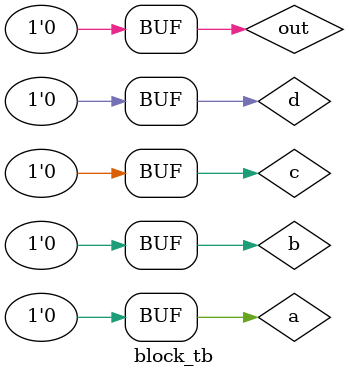
<source format=sv>
/*
:name: event_implicit
:description: event implicit list
:should_fail: 0
:tags: 9.4.2.2
*/
module block_tb ();
	wire a = 0;
	wire b = 0;
	wire c = 0;
	wire d = 0;
	wire out = 0;
	always @(*)
		out = (a | b) & (c | d);
endmodule

</source>
